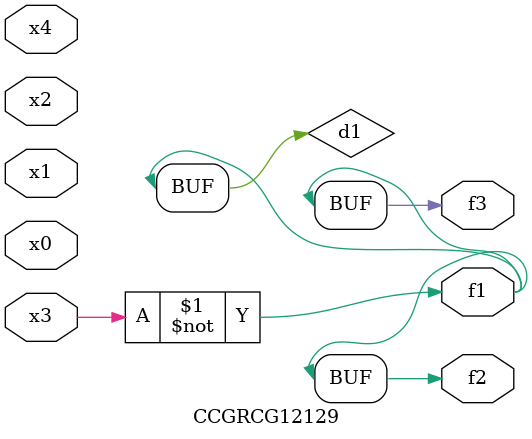
<source format=v>
module CCGRCG12129(
	input x0, x1, x2, x3, x4,
	output f1, f2, f3
);

	wire d1, d2;

	xnor (d1, x3);
	not (d2, x1);
	assign f1 = d1;
	assign f2 = d1;
	assign f3 = d1;
endmodule

</source>
